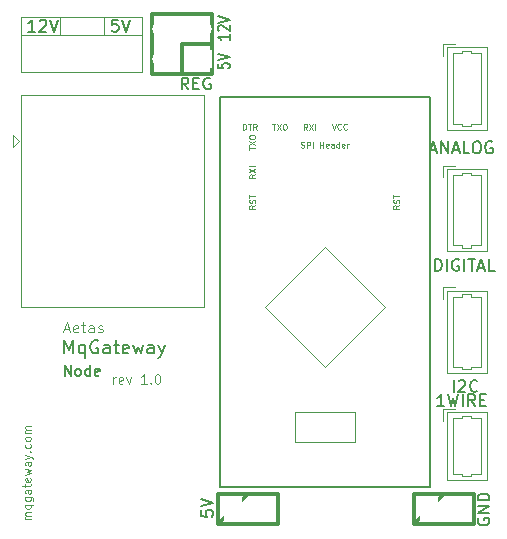
<source format=gbr>
%TF.GenerationSoftware,KiCad,Pcbnew,5.1.9-73d0e3b20d~88~ubuntu20.04.1*%
%TF.CreationDate,2021-04-29T00:31:08+02:00*%
%TF.ProjectId,Node,4e6f6465-2e6b-4696-9361-645f70636258,rev?*%
%TF.SameCoordinates,Original*%
%TF.FileFunction,Legend,Top*%
%TF.FilePolarity,Positive*%
%FSLAX46Y46*%
G04 Gerber Fmt 4.6, Leading zero omitted, Abs format (unit mm)*
G04 Created by KiCad (PCBNEW 5.1.9-73d0e3b20d~88~ubuntu20.04.1) date 2021-04-29 00:31:08*
%MOMM*%
%LPD*%
G01*
G04 APERTURE LIST*
%ADD10C,0.120000*%
%ADD11C,0.170000*%
%ADD12C,0.130000*%
%ADD13C,0.100000*%
%ADD14C,0.090000*%
%ADD15C,0.304800*%
%ADD16C,0.150000*%
%ADD17C,0.075000*%
%ADD18O,1.400000X1.400000*%
%ADD19C,1.400000*%
%ADD20R,1.998980X1.524000*%
%ADD21O,1.998980X1.524000*%
%ADD22C,3.200000*%
%ADD23R,1.500000X1.500000*%
%ADD24C,1.500000*%
%ADD25R,1.524000X2.199640*%
%ADD26O,1.524000X2.199640*%
%ADD27O,1.300000X0.800000*%
%ADD28C,1.711200*%
%ADD29R,1.905000X2.000000*%
%ADD30O,1.905000X2.000000*%
%ADD31C,1.727200*%
%ADD32R,1.727200X1.727200*%
G04 APERTURE END LIST*
D10*
X96849428Y-111850000D02*
X97278000Y-111850000D01*
X96763714Y-112107142D02*
X97063714Y-111207142D01*
X97363714Y-112107142D01*
X98006571Y-112064285D02*
X97920857Y-112107142D01*
X97749428Y-112107142D01*
X97663714Y-112064285D01*
X97620857Y-111978571D01*
X97620857Y-111635714D01*
X97663714Y-111550000D01*
X97749428Y-111507142D01*
X97920857Y-111507142D01*
X98006571Y-111550000D01*
X98049428Y-111635714D01*
X98049428Y-111721428D01*
X97620857Y-111807142D01*
X98306571Y-111507142D02*
X98649428Y-111507142D01*
X98435142Y-111207142D02*
X98435142Y-111978571D01*
X98478000Y-112064285D01*
X98563714Y-112107142D01*
X98649428Y-112107142D01*
X99335142Y-112107142D02*
X99335142Y-111635714D01*
X99292285Y-111550000D01*
X99206571Y-111507142D01*
X99035142Y-111507142D01*
X98949428Y-111550000D01*
X99335142Y-112064285D02*
X99249428Y-112107142D01*
X99035142Y-112107142D01*
X98949428Y-112064285D01*
X98906571Y-111978571D01*
X98906571Y-111892857D01*
X98949428Y-111807142D01*
X99035142Y-111764285D01*
X99249428Y-111764285D01*
X99335142Y-111721428D01*
X99720857Y-112064285D02*
X99806571Y-112107142D01*
X99978000Y-112107142D01*
X100063714Y-112064285D01*
X100106571Y-111978571D01*
X100106571Y-111935714D01*
X100063714Y-111850000D01*
X99978000Y-111807142D01*
X99849428Y-111807142D01*
X99763714Y-111764285D01*
X99720857Y-111678571D01*
X99720857Y-111635714D01*
X99763714Y-111550000D01*
X99849428Y-111507142D01*
X99978000Y-111507142D01*
X100063714Y-111550000D01*
D11*
X96872404Y-113897619D02*
X96872404Y-112797619D01*
X97239071Y-113583333D01*
X97605738Y-112797619D01*
X97605738Y-113897619D01*
X98600976Y-113164285D02*
X98600976Y-114264285D01*
X98600976Y-113845238D02*
X98496214Y-113897619D01*
X98286690Y-113897619D01*
X98181928Y-113845238D01*
X98129547Y-113792857D01*
X98077166Y-113688095D01*
X98077166Y-113373809D01*
X98129547Y-113269047D01*
X98181928Y-113216666D01*
X98286690Y-113164285D01*
X98496214Y-113164285D01*
X98600976Y-113216666D01*
X99700976Y-112850000D02*
X99596214Y-112797619D01*
X99439071Y-112797619D01*
X99281928Y-112850000D01*
X99177166Y-112954761D01*
X99124785Y-113059523D01*
X99072404Y-113269047D01*
X99072404Y-113426190D01*
X99124785Y-113635714D01*
X99177166Y-113740476D01*
X99281928Y-113845238D01*
X99439071Y-113897619D01*
X99543833Y-113897619D01*
X99700976Y-113845238D01*
X99753357Y-113792857D01*
X99753357Y-113426190D01*
X99543833Y-113426190D01*
X100696214Y-113897619D02*
X100696214Y-113321428D01*
X100643833Y-113216666D01*
X100539071Y-113164285D01*
X100329547Y-113164285D01*
X100224785Y-113216666D01*
X100696214Y-113845238D02*
X100591452Y-113897619D01*
X100329547Y-113897619D01*
X100224785Y-113845238D01*
X100172404Y-113740476D01*
X100172404Y-113635714D01*
X100224785Y-113530952D01*
X100329547Y-113478571D01*
X100591452Y-113478571D01*
X100696214Y-113426190D01*
X101062880Y-113164285D02*
X101481928Y-113164285D01*
X101220023Y-112797619D02*
X101220023Y-113740476D01*
X101272404Y-113845238D01*
X101377166Y-113897619D01*
X101481928Y-113897619D01*
X102267642Y-113845238D02*
X102162880Y-113897619D01*
X101953357Y-113897619D01*
X101848595Y-113845238D01*
X101796214Y-113740476D01*
X101796214Y-113321428D01*
X101848595Y-113216666D01*
X101953357Y-113164285D01*
X102162880Y-113164285D01*
X102267642Y-113216666D01*
X102320023Y-113321428D01*
X102320023Y-113426190D01*
X101796214Y-113530952D01*
X102686690Y-113164285D02*
X102896214Y-113897619D01*
X103105738Y-113373809D01*
X103315261Y-113897619D01*
X103524785Y-113164285D01*
X104415261Y-113897619D02*
X104415261Y-113321428D01*
X104362880Y-113216666D01*
X104258119Y-113164285D01*
X104048595Y-113164285D01*
X103943833Y-113216666D01*
X104415261Y-113845238D02*
X104310500Y-113897619D01*
X104048595Y-113897619D01*
X103943833Y-113845238D01*
X103891452Y-113740476D01*
X103891452Y-113635714D01*
X103943833Y-113530952D01*
X104048595Y-113478571D01*
X104310500Y-113478571D01*
X104415261Y-113426190D01*
X104834309Y-113164285D02*
X105096214Y-113897619D01*
X105358119Y-113164285D02*
X105096214Y-113897619D01*
X104991452Y-114159523D01*
X104939071Y-114211904D01*
X104834309Y-114264285D01*
D12*
X96898785Y-115807142D02*
X96898785Y-114907142D01*
X97413071Y-115807142D01*
X97413071Y-114907142D01*
X97970214Y-115807142D02*
X97884500Y-115764285D01*
X97841642Y-115721428D01*
X97798785Y-115635714D01*
X97798785Y-115378571D01*
X97841642Y-115292857D01*
X97884500Y-115250000D01*
X97970214Y-115207142D01*
X98098785Y-115207142D01*
X98184500Y-115250000D01*
X98227357Y-115292857D01*
X98270214Y-115378571D01*
X98270214Y-115635714D01*
X98227357Y-115721428D01*
X98184500Y-115764285D01*
X98098785Y-115807142D01*
X97970214Y-115807142D01*
X99041642Y-115807142D02*
X99041642Y-114907142D01*
X99041642Y-115764285D02*
X98955928Y-115807142D01*
X98784500Y-115807142D01*
X98698785Y-115764285D01*
X98655928Y-115721428D01*
X98613071Y-115635714D01*
X98613071Y-115378571D01*
X98655928Y-115292857D01*
X98698785Y-115250000D01*
X98784500Y-115207142D01*
X98955928Y-115207142D01*
X99041642Y-115250000D01*
X99813071Y-115764285D02*
X99727357Y-115807142D01*
X99555928Y-115807142D01*
X99470214Y-115764285D01*
X99427357Y-115678571D01*
X99427357Y-115335714D01*
X99470214Y-115250000D01*
X99555928Y-115207142D01*
X99727357Y-115207142D01*
X99813071Y-115250000D01*
X99855928Y-115335714D01*
X99855928Y-115421428D01*
X99427357Y-115507142D01*
D13*
X101020714Y-116461904D02*
X101020714Y-115928571D01*
X101020714Y-116080952D02*
X101058809Y-116004761D01*
X101096904Y-115966666D01*
X101173095Y-115928571D01*
X101249285Y-115928571D01*
X101820714Y-116423809D02*
X101744523Y-116461904D01*
X101592142Y-116461904D01*
X101515952Y-116423809D01*
X101477857Y-116347619D01*
X101477857Y-116042857D01*
X101515952Y-115966666D01*
X101592142Y-115928571D01*
X101744523Y-115928571D01*
X101820714Y-115966666D01*
X101858809Y-116042857D01*
X101858809Y-116119047D01*
X101477857Y-116195238D01*
X102125476Y-115928571D02*
X102315952Y-116461904D01*
X102506428Y-115928571D01*
X103839761Y-116461904D02*
X103382619Y-116461904D01*
X103611190Y-116461904D02*
X103611190Y-115661904D01*
X103535000Y-115776190D01*
X103458809Y-115852380D01*
X103382619Y-115890476D01*
X104182619Y-116385714D02*
X104220714Y-116423809D01*
X104182619Y-116461904D01*
X104144523Y-116423809D01*
X104182619Y-116385714D01*
X104182619Y-116461904D01*
X104715952Y-115661904D02*
X104792142Y-115661904D01*
X104868333Y-115700000D01*
X104906428Y-115738095D01*
X104944523Y-115814285D01*
X104982619Y-115966666D01*
X104982619Y-116157142D01*
X104944523Y-116309523D01*
X104906428Y-116385714D01*
X104868333Y-116423809D01*
X104792142Y-116461904D01*
X104715952Y-116461904D01*
X104639761Y-116423809D01*
X104601666Y-116385714D01*
X104563571Y-116309523D01*
X104525476Y-116157142D01*
X104525476Y-115966666D01*
X104563571Y-115814285D01*
X104601666Y-115738095D01*
X104639761Y-115700000D01*
X104715952Y-115661904D01*
D14*
X94016666Y-127950000D02*
X93550000Y-127950000D01*
X93616666Y-127950000D02*
X93583333Y-127916666D01*
X93550000Y-127850000D01*
X93550000Y-127750000D01*
X93583333Y-127683333D01*
X93650000Y-127650000D01*
X94016666Y-127650000D01*
X93650000Y-127650000D02*
X93583333Y-127616666D01*
X93550000Y-127550000D01*
X93550000Y-127450000D01*
X93583333Y-127383333D01*
X93650000Y-127350000D01*
X94016666Y-127350000D01*
X93550000Y-126716666D02*
X94250000Y-126716666D01*
X93983333Y-126716666D02*
X94016666Y-126783333D01*
X94016666Y-126916666D01*
X93983333Y-126983333D01*
X93950000Y-127016666D01*
X93883333Y-127050000D01*
X93683333Y-127050000D01*
X93616666Y-127016666D01*
X93583333Y-126983333D01*
X93550000Y-126916666D01*
X93550000Y-126783333D01*
X93583333Y-126716666D01*
X93550000Y-126083333D02*
X94116666Y-126083333D01*
X94183333Y-126116666D01*
X94216666Y-126150000D01*
X94250000Y-126216666D01*
X94250000Y-126316666D01*
X94216666Y-126383333D01*
X93983333Y-126083333D02*
X94016666Y-126150000D01*
X94016666Y-126283333D01*
X93983333Y-126350000D01*
X93950000Y-126383333D01*
X93883333Y-126416666D01*
X93683333Y-126416666D01*
X93616666Y-126383333D01*
X93583333Y-126350000D01*
X93550000Y-126283333D01*
X93550000Y-126150000D01*
X93583333Y-126083333D01*
X94016666Y-125450000D02*
X93650000Y-125450000D01*
X93583333Y-125483333D01*
X93550000Y-125550000D01*
X93550000Y-125683333D01*
X93583333Y-125750000D01*
X93983333Y-125450000D02*
X94016666Y-125516666D01*
X94016666Y-125683333D01*
X93983333Y-125750000D01*
X93916666Y-125783333D01*
X93850000Y-125783333D01*
X93783333Y-125750000D01*
X93750000Y-125683333D01*
X93750000Y-125516666D01*
X93716666Y-125450000D01*
X93550000Y-125216666D02*
X93550000Y-124950000D01*
X93316666Y-125116666D02*
X93916666Y-125116666D01*
X93983333Y-125083333D01*
X94016666Y-125016666D01*
X94016666Y-124950000D01*
X93983333Y-124450000D02*
X94016666Y-124516666D01*
X94016666Y-124650000D01*
X93983333Y-124716666D01*
X93916666Y-124750000D01*
X93650000Y-124750000D01*
X93583333Y-124716666D01*
X93550000Y-124650000D01*
X93550000Y-124516666D01*
X93583333Y-124450000D01*
X93650000Y-124416666D01*
X93716666Y-124416666D01*
X93783333Y-124750000D01*
X93550000Y-124183333D02*
X94016666Y-124050000D01*
X93683333Y-123916666D01*
X94016666Y-123783333D01*
X93550000Y-123650000D01*
X94016666Y-123083333D02*
X93650000Y-123083333D01*
X93583333Y-123116666D01*
X93550000Y-123183333D01*
X93550000Y-123316666D01*
X93583333Y-123383333D01*
X93983333Y-123083333D02*
X94016666Y-123150000D01*
X94016666Y-123316666D01*
X93983333Y-123383333D01*
X93916666Y-123416666D01*
X93850000Y-123416666D01*
X93783333Y-123383333D01*
X93750000Y-123316666D01*
X93750000Y-123150000D01*
X93716666Y-123083333D01*
X93550000Y-122816666D02*
X94016666Y-122650000D01*
X93550000Y-122483333D02*
X94016666Y-122650000D01*
X94183333Y-122716666D01*
X94216666Y-122750000D01*
X94250000Y-122816666D01*
X93950000Y-122216666D02*
X93983333Y-122183333D01*
X94016666Y-122216666D01*
X93983333Y-122250000D01*
X93950000Y-122216666D01*
X94016666Y-122216666D01*
X93983333Y-121583333D02*
X94016666Y-121650000D01*
X94016666Y-121783333D01*
X93983333Y-121850000D01*
X93950000Y-121883333D01*
X93883333Y-121916666D01*
X93683333Y-121916666D01*
X93616666Y-121883333D01*
X93583333Y-121850000D01*
X93550000Y-121783333D01*
X93550000Y-121650000D01*
X93583333Y-121583333D01*
X94016666Y-121183333D02*
X93983333Y-121250000D01*
X93950000Y-121283333D01*
X93883333Y-121316666D01*
X93683333Y-121316666D01*
X93616666Y-121283333D01*
X93583333Y-121250000D01*
X93550000Y-121183333D01*
X93550000Y-121083333D01*
X93583333Y-121016666D01*
X93616666Y-120983333D01*
X93683333Y-120950000D01*
X93883333Y-120950000D01*
X93950000Y-120983333D01*
X93983333Y-121016666D01*
X94016666Y-121083333D01*
X94016666Y-121183333D01*
X94016666Y-120650000D02*
X93550000Y-120650000D01*
X93616666Y-120650000D02*
X93583333Y-120616666D01*
X93550000Y-120550000D01*
X93550000Y-120450000D01*
X93583333Y-120383333D01*
X93650000Y-120350000D01*
X94016666Y-120350000D01*
X93650000Y-120350000D02*
X93583333Y-120316666D01*
X93550000Y-120250000D01*
X93550000Y-120150000D01*
X93583333Y-120083333D01*
X93650000Y-120050000D01*
X94016666Y-120050000D01*
D15*
%TO.C,J1*%
X104260000Y-90240000D02*
X109340000Y-90240000D01*
X106800000Y-87700000D02*
X109340000Y-87700000D01*
X106800000Y-90240000D02*
X106800000Y-87700000D01*
X109340000Y-85160000D02*
X109340000Y-90240000D01*
X104260000Y-85160000D02*
X109340000Y-85160000D01*
X104260000Y-90240000D02*
X104260000Y-85160000D01*
D10*
%TO.C,J4*%
X93185000Y-92020000D02*
X93185000Y-109980000D01*
X108705000Y-92020000D02*
X93185000Y-92020000D01*
X108705000Y-92020000D02*
X108705000Y-109980000D01*
X93185000Y-109980000D02*
X108705000Y-109980000D01*
X93000000Y-95900000D02*
X92500000Y-95400000D01*
X92500000Y-95400000D02*
X92500000Y-96400000D01*
X92500000Y-96400000D02*
X93000000Y-95900000D01*
D15*
%TO.C,JP1*%
X131540000Y-125830000D02*
X131540000Y-128370000D01*
X126460000Y-128370000D02*
X126460000Y-125830000D01*
X126460000Y-125830000D02*
X131540000Y-125830000D01*
X131540000Y-128370000D02*
X126460000Y-128370000D01*
X126460000Y-128370000D02*
X129000000Y-125830000D01*
%TO.C,JP2*%
X109860000Y-128370000D02*
X112400000Y-125830000D01*
X114940000Y-128370000D02*
X109860000Y-128370000D01*
X109860000Y-125830000D02*
X114940000Y-125830000D01*
X109860000Y-128370000D02*
X109860000Y-125830000D01*
X114940000Y-125830000D02*
X114940000Y-128370000D01*
D10*
%TO.C,OUT1*%
X128950000Y-87700000D02*
X128950000Y-88700000D01*
X128950000Y-87700000D02*
X129950000Y-87700000D01*
X132150000Y-94450000D02*
X132150000Y-91475000D01*
X131300000Y-94450000D02*
X132150000Y-94450000D01*
X131300000Y-94650000D02*
X131300000Y-94450000D01*
X130500000Y-94650000D02*
X131300000Y-94650000D01*
X130500000Y-94450000D02*
X130500000Y-94650000D01*
X129750000Y-94450000D02*
X130500000Y-94450000D01*
X129750000Y-91475000D02*
X129750000Y-94450000D01*
X132150000Y-88500000D02*
X132150000Y-91475000D01*
X131300000Y-88500000D02*
X132150000Y-88500000D01*
X131300000Y-88300000D02*
X131300000Y-88500000D01*
X130500000Y-88300000D02*
X131300000Y-88300000D01*
X130500000Y-88500000D02*
X130500000Y-88300000D01*
X129750000Y-88500000D02*
X130500000Y-88500000D01*
X129750000Y-91475000D02*
X129750000Y-88500000D01*
X132660000Y-94960000D02*
X132660000Y-87990000D01*
X129240000Y-94960000D02*
X132660000Y-94960000D01*
X129240000Y-87990000D02*
X129240000Y-94960000D01*
X132660000Y-87990000D02*
X129240000Y-87990000D01*
%TO.C,OUT2*%
X132660000Y-98290000D02*
X129240000Y-98290000D01*
X129240000Y-98290000D02*
X129240000Y-105260000D01*
X129240000Y-105260000D02*
X132660000Y-105260000D01*
X132660000Y-105260000D02*
X132660000Y-98290000D01*
X129750000Y-101775000D02*
X129750000Y-98800000D01*
X129750000Y-98800000D02*
X130500000Y-98800000D01*
X130500000Y-98800000D02*
X130500000Y-98600000D01*
X130500000Y-98600000D02*
X131300000Y-98600000D01*
X131300000Y-98600000D02*
X131300000Y-98800000D01*
X131300000Y-98800000D02*
X132150000Y-98800000D01*
X132150000Y-98800000D02*
X132150000Y-101775000D01*
X129750000Y-101775000D02*
X129750000Y-104750000D01*
X129750000Y-104750000D02*
X130500000Y-104750000D01*
X130500000Y-104750000D02*
X130500000Y-104950000D01*
X130500000Y-104950000D02*
X131300000Y-104950000D01*
X131300000Y-104950000D02*
X131300000Y-104750000D01*
X131300000Y-104750000D02*
X132150000Y-104750000D01*
X132150000Y-104750000D02*
X132150000Y-101775000D01*
X128950000Y-98000000D02*
X129950000Y-98000000D01*
X128950000Y-98000000D02*
X128950000Y-99000000D01*
%TO.C,OUT3*%
X128950000Y-108300000D02*
X128950000Y-109300000D01*
X128950000Y-108300000D02*
X129950000Y-108300000D01*
X132150000Y-115050000D02*
X132150000Y-112075000D01*
X131300000Y-115050000D02*
X132150000Y-115050000D01*
X131300000Y-115250000D02*
X131300000Y-115050000D01*
X130500000Y-115250000D02*
X131300000Y-115250000D01*
X130500000Y-115050000D02*
X130500000Y-115250000D01*
X129750000Y-115050000D02*
X130500000Y-115050000D01*
X129750000Y-112075000D02*
X129750000Y-115050000D01*
X132150000Y-109100000D02*
X132150000Y-112075000D01*
X131300000Y-109100000D02*
X132150000Y-109100000D01*
X131300000Y-108900000D02*
X131300000Y-109100000D01*
X130500000Y-108900000D02*
X131300000Y-108900000D01*
X130500000Y-109100000D02*
X130500000Y-108900000D01*
X129750000Y-109100000D02*
X130500000Y-109100000D01*
X129750000Y-112075000D02*
X129750000Y-109100000D01*
X132660000Y-115560000D02*
X132660000Y-108590000D01*
X129240000Y-115560000D02*
X132660000Y-115560000D01*
X129240000Y-108590000D02*
X129240000Y-115560000D01*
X132660000Y-108590000D02*
X129240000Y-108590000D01*
%TO.C,OUT4*%
X128950000Y-118600000D02*
X128950000Y-119600000D01*
X128950000Y-118600000D02*
X129950000Y-118600000D01*
X132150000Y-124100000D02*
X132150000Y-121750000D01*
X131300000Y-124100000D02*
X132150000Y-124100000D01*
X131300000Y-124300000D02*
X131300000Y-124100000D01*
X130500000Y-124300000D02*
X131300000Y-124300000D01*
X130500000Y-124100000D02*
X130500000Y-124300000D01*
X129750000Y-124100000D02*
X130500000Y-124100000D01*
X129750000Y-121750000D02*
X129750000Y-124100000D01*
X132150000Y-119400000D02*
X132150000Y-121750000D01*
X131300000Y-119400000D02*
X132150000Y-119400000D01*
X131300000Y-119200000D02*
X131300000Y-119400000D01*
X130500000Y-119200000D02*
X131300000Y-119200000D01*
X130500000Y-119400000D02*
X130500000Y-119200000D01*
X129750000Y-119400000D02*
X130500000Y-119400000D01*
X129750000Y-121750000D02*
X129750000Y-119400000D01*
X132660000Y-124610000D02*
X132660000Y-118890000D01*
X129240000Y-124610000D02*
X132660000Y-124610000D01*
X129240000Y-118890000D02*
X129240000Y-124610000D01*
X132660000Y-118890000D02*
X129240000Y-118890000D01*
%TO.C,U2*%
X100191000Y-85430000D02*
X100191000Y-86940000D01*
X96490000Y-85430000D02*
X96490000Y-86940000D01*
X93220000Y-86940000D02*
X103460000Y-86940000D01*
X103460000Y-85430000D02*
X103460000Y-90071000D01*
X93220000Y-85430000D02*
X93220000Y-90071000D01*
X93220000Y-90071000D02*
X103460000Y-90071000D01*
X93220000Y-85430000D02*
X103460000Y-85430000D01*
%TO.C,XA1*%
X118900000Y-104890000D02*
X113820000Y-109970000D01*
X123980000Y-109970000D02*
X118900000Y-104890000D01*
X118900000Y-115050000D02*
X123980000Y-109970000D01*
X113820000Y-109970000D02*
X118900000Y-115050000D01*
X121440000Y-121400000D02*
X116360000Y-121400000D01*
X121440000Y-118860000D02*
X121440000Y-121400000D01*
X116360000Y-118860000D02*
X121440000Y-118860000D01*
X116360000Y-121400000D02*
X116360000Y-118860000D01*
D16*
X127790000Y-125210000D02*
X110010000Y-125210000D01*
X127790000Y-92190000D02*
X110010000Y-92190000D01*
X110010000Y-92190000D02*
X110010000Y-125210000D01*
X127790000Y-92190000D02*
X127790000Y-125210000D01*
%TO.C,J1*%
X107357142Y-91552380D02*
X107023809Y-91076190D01*
X106785714Y-91552380D02*
X106785714Y-90552380D01*
X107166666Y-90552380D01*
X107261904Y-90600000D01*
X107309523Y-90647619D01*
X107357142Y-90742857D01*
X107357142Y-90885714D01*
X107309523Y-90980952D01*
X107261904Y-91028571D01*
X107166666Y-91076190D01*
X106785714Y-91076190D01*
X107785714Y-91028571D02*
X108119047Y-91028571D01*
X108261904Y-91552380D02*
X107785714Y-91552380D01*
X107785714Y-90552380D01*
X108261904Y-90552380D01*
X109214285Y-90600000D02*
X109119047Y-90552380D01*
X108976190Y-90552380D01*
X108833333Y-90600000D01*
X108738095Y-90695238D01*
X108690476Y-90790476D01*
X108642857Y-90980952D01*
X108642857Y-91123809D01*
X108690476Y-91314285D01*
X108738095Y-91409523D01*
X108833333Y-91504761D01*
X108976190Y-91552380D01*
X109071428Y-91552380D01*
X109214285Y-91504761D01*
X109261904Y-91457142D01*
X109261904Y-91123809D01*
X109071428Y-91123809D01*
X109852380Y-89352380D02*
X109852380Y-89733333D01*
X110328571Y-89771428D01*
X110280952Y-89733333D01*
X110233333Y-89657142D01*
X110233333Y-89466666D01*
X110280952Y-89390476D01*
X110328571Y-89352380D01*
X110423809Y-89314285D01*
X110661904Y-89314285D01*
X110757142Y-89352380D01*
X110804761Y-89390476D01*
X110852380Y-89466666D01*
X110852380Y-89657142D01*
X110804761Y-89733333D01*
X110757142Y-89771428D01*
X109852380Y-89085714D02*
X110852380Y-88819047D01*
X109852380Y-88552380D01*
X110852380Y-86895238D02*
X110852380Y-87352380D01*
X110852380Y-87123809D02*
X109852380Y-87123809D01*
X109995238Y-87200000D01*
X110090476Y-87276190D01*
X110138095Y-87352380D01*
X109947619Y-86590476D02*
X109900000Y-86552380D01*
X109852380Y-86476190D01*
X109852380Y-86285714D01*
X109900000Y-86209523D01*
X109947619Y-86171428D01*
X110042857Y-86133333D01*
X110138095Y-86133333D01*
X110280952Y-86171428D01*
X110852380Y-86628571D01*
X110852380Y-86133333D01*
X109852380Y-85904761D02*
X110852380Y-85638095D01*
X109852380Y-85371428D01*
%TO.C,JP1*%
X131900000Y-127861904D02*
X131852380Y-127957142D01*
X131852380Y-128100000D01*
X131900000Y-128242857D01*
X131995238Y-128338095D01*
X132090476Y-128385714D01*
X132280952Y-128433333D01*
X132423809Y-128433333D01*
X132614285Y-128385714D01*
X132709523Y-128338095D01*
X132804761Y-128242857D01*
X132852380Y-128100000D01*
X132852380Y-128004761D01*
X132804761Y-127861904D01*
X132757142Y-127814285D01*
X132423809Y-127814285D01*
X132423809Y-128004761D01*
X132852380Y-127385714D02*
X131852380Y-127385714D01*
X132852380Y-126814285D01*
X131852380Y-126814285D01*
X132852380Y-126338095D02*
X131852380Y-126338095D01*
X131852380Y-126100000D01*
X131900000Y-125957142D01*
X131995238Y-125861904D01*
X132090476Y-125814285D01*
X132280952Y-125766666D01*
X132423809Y-125766666D01*
X132614285Y-125814285D01*
X132709523Y-125861904D01*
X132804761Y-125957142D01*
X132852380Y-126100000D01*
X132852380Y-126338095D01*
%TO.C,JP2*%
X108452380Y-127190476D02*
X108452380Y-127666666D01*
X108928571Y-127714285D01*
X108880952Y-127666666D01*
X108833333Y-127571428D01*
X108833333Y-127333333D01*
X108880952Y-127238095D01*
X108928571Y-127190476D01*
X109023809Y-127142857D01*
X109261904Y-127142857D01*
X109357142Y-127190476D01*
X109404761Y-127238095D01*
X109452380Y-127333333D01*
X109452380Y-127571428D01*
X109404761Y-127666666D01*
X109357142Y-127714285D01*
X108452380Y-126857142D02*
X109452380Y-126523809D01*
X108452380Y-126190476D01*
%TO.C,OUT1*%
X127880952Y-96666666D02*
X128357142Y-96666666D01*
X127785714Y-96952380D02*
X128119047Y-95952380D01*
X128452380Y-96952380D01*
X128785714Y-96952380D02*
X128785714Y-95952380D01*
X129357142Y-96952380D01*
X129357142Y-95952380D01*
X129785714Y-96666666D02*
X130261904Y-96666666D01*
X129690476Y-96952380D02*
X130023809Y-95952380D01*
X130357142Y-96952380D01*
X131166666Y-96952380D02*
X130690476Y-96952380D01*
X130690476Y-95952380D01*
X131690476Y-95952380D02*
X131880952Y-95952380D01*
X131976190Y-96000000D01*
X132071428Y-96095238D01*
X132119047Y-96285714D01*
X132119047Y-96619047D01*
X132071428Y-96809523D01*
X131976190Y-96904761D01*
X131880952Y-96952380D01*
X131690476Y-96952380D01*
X131595238Y-96904761D01*
X131500000Y-96809523D01*
X131452380Y-96619047D01*
X131452380Y-96285714D01*
X131500000Y-96095238D01*
X131595238Y-96000000D01*
X131690476Y-95952380D01*
X133071428Y-96000000D02*
X132976190Y-95952380D01*
X132833333Y-95952380D01*
X132690476Y-96000000D01*
X132595238Y-96095238D01*
X132547619Y-96190476D01*
X132500000Y-96380952D01*
X132500000Y-96523809D01*
X132547619Y-96714285D01*
X132595238Y-96809523D01*
X132690476Y-96904761D01*
X132833333Y-96952380D01*
X132928571Y-96952380D01*
X133071428Y-96904761D01*
X133119047Y-96857142D01*
X133119047Y-96523809D01*
X132928571Y-96523809D01*
%TO.C,OUT2*%
X128247619Y-106919047D02*
X128247619Y-105919047D01*
X128485714Y-105919047D01*
X128628571Y-105966667D01*
X128723809Y-106061905D01*
X128771428Y-106157143D01*
X128819047Y-106347619D01*
X128819047Y-106490476D01*
X128771428Y-106680952D01*
X128723809Y-106776190D01*
X128628571Y-106871428D01*
X128485714Y-106919047D01*
X128247619Y-106919047D01*
X129247619Y-106919047D02*
X129247619Y-105919047D01*
X130247619Y-105966667D02*
X130152380Y-105919047D01*
X130009523Y-105919047D01*
X129866666Y-105966667D01*
X129771428Y-106061905D01*
X129723809Y-106157143D01*
X129676190Y-106347619D01*
X129676190Y-106490476D01*
X129723809Y-106680952D01*
X129771428Y-106776190D01*
X129866666Y-106871428D01*
X130009523Y-106919047D01*
X130104761Y-106919047D01*
X130247619Y-106871428D01*
X130295238Y-106823809D01*
X130295238Y-106490476D01*
X130104761Y-106490476D01*
X130723809Y-106919047D02*
X130723809Y-105919047D01*
X131057142Y-105919047D02*
X131628571Y-105919047D01*
X131342857Y-106919047D02*
X131342857Y-105919047D01*
X131914285Y-106633333D02*
X132390476Y-106633333D01*
X131819047Y-106919047D02*
X132152380Y-105919047D01*
X132485714Y-106919047D01*
X133295238Y-106919047D02*
X132819047Y-106919047D01*
X132819047Y-105919047D01*
%TO.C,OUT3*%
X129823809Y-117152380D02*
X129823809Y-116152380D01*
X130252380Y-116247619D02*
X130300000Y-116200000D01*
X130395238Y-116152380D01*
X130633333Y-116152380D01*
X130728571Y-116200000D01*
X130776190Y-116247619D01*
X130823809Y-116342857D01*
X130823809Y-116438095D01*
X130776190Y-116580952D01*
X130204761Y-117152380D01*
X130823809Y-117152380D01*
X131823809Y-117057142D02*
X131776190Y-117104761D01*
X131633333Y-117152380D01*
X131538095Y-117152380D01*
X131395238Y-117104761D01*
X131300000Y-117009523D01*
X131252380Y-116914285D01*
X131204761Y-116723809D01*
X131204761Y-116580952D01*
X131252380Y-116390476D01*
X131300000Y-116295238D01*
X131395238Y-116200000D01*
X131538095Y-116152380D01*
X131633333Y-116152380D01*
X131776190Y-116200000D01*
X131823809Y-116247619D01*
%TO.C,OUT4*%
X129023809Y-118352380D02*
X128452380Y-118352380D01*
X128738095Y-118352380D02*
X128738095Y-117352380D01*
X128642857Y-117495238D01*
X128547619Y-117590476D01*
X128452380Y-117638095D01*
X129357142Y-117352380D02*
X129595238Y-118352380D01*
X129785714Y-117638095D01*
X129976190Y-118352380D01*
X130214285Y-117352380D01*
X130595238Y-118352380D02*
X130595238Y-117352380D01*
X131642857Y-118352380D02*
X131309523Y-117876190D01*
X131071428Y-118352380D02*
X131071428Y-117352380D01*
X131452380Y-117352380D01*
X131547619Y-117400000D01*
X131595238Y-117447619D01*
X131642857Y-117542857D01*
X131642857Y-117685714D01*
X131595238Y-117780952D01*
X131547619Y-117828571D01*
X131452380Y-117876190D01*
X131071428Y-117876190D01*
X132071428Y-117828571D02*
X132404761Y-117828571D01*
X132547619Y-118352380D02*
X132071428Y-118352380D01*
X132071428Y-117352380D01*
X132547619Y-117352380D01*
%TO.C,U2*%
X101409523Y-85652380D02*
X100933333Y-85652380D01*
X100885714Y-86128571D01*
X100933333Y-86080952D01*
X101028571Y-86033333D01*
X101266666Y-86033333D01*
X101361904Y-86080952D01*
X101409523Y-86128571D01*
X101457142Y-86223809D01*
X101457142Y-86461904D01*
X101409523Y-86557142D01*
X101361904Y-86604761D01*
X101266666Y-86652380D01*
X101028571Y-86652380D01*
X100933333Y-86604761D01*
X100885714Y-86557142D01*
X101742857Y-85652380D02*
X102076190Y-86652380D01*
X102409523Y-85652380D01*
X94380952Y-86652380D02*
X93809523Y-86652380D01*
X94095238Y-86652380D02*
X94095238Y-85652380D01*
X94000000Y-85795238D01*
X93904761Y-85890476D01*
X93809523Y-85938095D01*
X94761904Y-85747619D02*
X94809523Y-85700000D01*
X94904761Y-85652380D01*
X95142857Y-85652380D01*
X95238095Y-85700000D01*
X95285714Y-85747619D01*
X95333333Y-85842857D01*
X95333333Y-85938095D01*
X95285714Y-86080952D01*
X94714285Y-86652380D01*
X95333333Y-86652380D01*
X95619047Y-85652380D02*
X95952380Y-86652380D01*
X96285714Y-85652380D01*
%TO.C,XA1*%
D17*
X119503333Y-94456190D02*
X119670000Y-94956190D01*
X119836666Y-94456190D01*
X120289047Y-94908571D02*
X120265238Y-94932380D01*
X120193809Y-94956190D01*
X120146190Y-94956190D01*
X120074761Y-94932380D01*
X120027142Y-94884761D01*
X120003333Y-94837142D01*
X119979523Y-94741904D01*
X119979523Y-94670476D01*
X120003333Y-94575238D01*
X120027142Y-94527619D01*
X120074761Y-94480000D01*
X120146190Y-94456190D01*
X120193809Y-94456190D01*
X120265238Y-94480000D01*
X120289047Y-94503809D01*
X120789047Y-94908571D02*
X120765238Y-94932380D01*
X120693809Y-94956190D01*
X120646190Y-94956190D01*
X120574761Y-94932380D01*
X120527142Y-94884761D01*
X120503333Y-94837142D01*
X120479523Y-94741904D01*
X120479523Y-94670476D01*
X120503333Y-94575238D01*
X120527142Y-94527619D01*
X120574761Y-94480000D01*
X120646190Y-94456190D01*
X120693809Y-94456190D01*
X120765238Y-94480000D01*
X120789047Y-94503809D01*
X111978571Y-94956190D02*
X111978571Y-94456190D01*
X112097619Y-94456190D01*
X112169047Y-94480000D01*
X112216666Y-94527619D01*
X112240476Y-94575238D01*
X112264285Y-94670476D01*
X112264285Y-94741904D01*
X112240476Y-94837142D01*
X112216666Y-94884761D01*
X112169047Y-94932380D01*
X112097619Y-94956190D01*
X111978571Y-94956190D01*
X112407142Y-94456190D02*
X112692857Y-94456190D01*
X112550000Y-94956190D02*
X112550000Y-94456190D01*
X113145238Y-94956190D02*
X112978571Y-94718095D01*
X112859523Y-94956190D02*
X112859523Y-94456190D01*
X113050000Y-94456190D01*
X113097619Y-94480000D01*
X113121428Y-94503809D01*
X113145238Y-94551428D01*
X113145238Y-94622857D01*
X113121428Y-94670476D01*
X113097619Y-94694285D01*
X113050000Y-94718095D01*
X112859523Y-94718095D01*
X117427619Y-94956190D02*
X117260952Y-94718095D01*
X117141904Y-94956190D02*
X117141904Y-94456190D01*
X117332380Y-94456190D01*
X117380000Y-94480000D01*
X117403809Y-94503809D01*
X117427619Y-94551428D01*
X117427619Y-94622857D01*
X117403809Y-94670476D01*
X117380000Y-94694285D01*
X117332380Y-94718095D01*
X117141904Y-94718095D01*
X117594285Y-94456190D02*
X117927619Y-94956190D01*
X117927619Y-94456190D02*
X117594285Y-94956190D01*
X118118095Y-94956190D02*
X118118095Y-94456190D01*
X114447142Y-94456190D02*
X114732857Y-94456190D01*
X114590000Y-94956190D02*
X114590000Y-94456190D01*
X114851904Y-94456190D02*
X115185238Y-94956190D01*
X115185238Y-94456190D02*
X114851904Y-94956190D01*
X115470952Y-94456190D02*
X115566190Y-94456190D01*
X115613809Y-94480000D01*
X115661428Y-94527619D01*
X115685238Y-94622857D01*
X115685238Y-94789523D01*
X115661428Y-94884761D01*
X115613809Y-94932380D01*
X115566190Y-94956190D01*
X115470952Y-94956190D01*
X115423333Y-94932380D01*
X115375714Y-94884761D01*
X115351904Y-94789523D01*
X115351904Y-94622857D01*
X115375714Y-94527619D01*
X115423333Y-94480000D01*
X115470952Y-94456190D01*
X112530190Y-96642857D02*
X112530190Y-96357142D01*
X113030190Y-96500000D02*
X112530190Y-96500000D01*
X112530190Y-96238095D02*
X113030190Y-95904761D01*
X112530190Y-95904761D02*
X113030190Y-96238095D01*
X112530190Y-95619047D02*
X112530190Y-95523809D01*
X112554000Y-95476190D01*
X112601619Y-95428571D01*
X112696857Y-95404761D01*
X112863523Y-95404761D01*
X112958761Y-95428571D01*
X113006380Y-95476190D01*
X113030190Y-95523809D01*
X113030190Y-95619047D01*
X113006380Y-95666666D01*
X112958761Y-95714285D01*
X112863523Y-95738095D01*
X112696857Y-95738095D01*
X112601619Y-95714285D01*
X112554000Y-95666666D01*
X112530190Y-95619047D01*
X113030190Y-98742380D02*
X112792095Y-98909047D01*
X113030190Y-99028095D02*
X112530190Y-99028095D01*
X112530190Y-98837619D01*
X112554000Y-98790000D01*
X112577809Y-98766190D01*
X112625428Y-98742380D01*
X112696857Y-98742380D01*
X112744476Y-98766190D01*
X112768285Y-98790000D01*
X112792095Y-98837619D01*
X112792095Y-99028095D01*
X112530190Y-98575714D02*
X113030190Y-98242380D01*
X112530190Y-98242380D02*
X113030190Y-98575714D01*
X113030190Y-98051904D02*
X112530190Y-98051904D01*
X113030190Y-101353809D02*
X112792095Y-101520476D01*
X113030190Y-101639523D02*
X112530190Y-101639523D01*
X112530190Y-101449047D01*
X112554000Y-101401428D01*
X112577809Y-101377619D01*
X112625428Y-101353809D01*
X112696857Y-101353809D01*
X112744476Y-101377619D01*
X112768285Y-101401428D01*
X112792095Y-101449047D01*
X112792095Y-101639523D01*
X113006380Y-101163333D02*
X113030190Y-101091904D01*
X113030190Y-100972857D01*
X113006380Y-100925238D01*
X112982571Y-100901428D01*
X112934952Y-100877619D01*
X112887333Y-100877619D01*
X112839714Y-100901428D01*
X112815904Y-100925238D01*
X112792095Y-100972857D01*
X112768285Y-101068095D01*
X112744476Y-101115714D01*
X112720666Y-101139523D01*
X112673047Y-101163333D01*
X112625428Y-101163333D01*
X112577809Y-101139523D01*
X112554000Y-101115714D01*
X112530190Y-101068095D01*
X112530190Y-100949047D01*
X112554000Y-100877619D01*
X112530190Y-100734761D02*
X112530190Y-100449047D01*
X113030190Y-100591904D02*
X112530190Y-100591904D01*
X116900000Y-96456380D02*
X116971428Y-96480190D01*
X117090476Y-96480190D01*
X117138095Y-96456380D01*
X117161904Y-96432571D01*
X117185714Y-96384952D01*
X117185714Y-96337333D01*
X117161904Y-96289714D01*
X117138095Y-96265904D01*
X117090476Y-96242095D01*
X116995238Y-96218285D01*
X116947619Y-96194476D01*
X116923809Y-96170666D01*
X116900000Y-96123047D01*
X116900000Y-96075428D01*
X116923809Y-96027809D01*
X116947619Y-96004000D01*
X116995238Y-95980190D01*
X117114285Y-95980190D01*
X117185714Y-96004000D01*
X117400000Y-96480190D02*
X117400000Y-95980190D01*
X117590476Y-95980190D01*
X117638095Y-96004000D01*
X117661904Y-96027809D01*
X117685714Y-96075428D01*
X117685714Y-96146857D01*
X117661904Y-96194476D01*
X117638095Y-96218285D01*
X117590476Y-96242095D01*
X117400000Y-96242095D01*
X117900000Y-96480190D02*
X117900000Y-95980190D01*
X118519047Y-96480190D02*
X118519047Y-95980190D01*
X118519047Y-96218285D02*
X118804761Y-96218285D01*
X118804761Y-96480190D02*
X118804761Y-95980190D01*
X119233333Y-96456380D02*
X119185714Y-96480190D01*
X119090476Y-96480190D01*
X119042857Y-96456380D01*
X119019047Y-96408761D01*
X119019047Y-96218285D01*
X119042857Y-96170666D01*
X119090476Y-96146857D01*
X119185714Y-96146857D01*
X119233333Y-96170666D01*
X119257142Y-96218285D01*
X119257142Y-96265904D01*
X119019047Y-96313523D01*
X119685714Y-96480190D02*
X119685714Y-96218285D01*
X119661904Y-96170666D01*
X119614285Y-96146857D01*
X119519047Y-96146857D01*
X119471428Y-96170666D01*
X119685714Y-96456380D02*
X119638095Y-96480190D01*
X119519047Y-96480190D01*
X119471428Y-96456380D01*
X119447619Y-96408761D01*
X119447619Y-96361142D01*
X119471428Y-96313523D01*
X119519047Y-96289714D01*
X119638095Y-96289714D01*
X119685714Y-96265904D01*
X120138095Y-96480190D02*
X120138095Y-95980190D01*
X120138095Y-96456380D02*
X120090476Y-96480190D01*
X119995238Y-96480190D01*
X119947619Y-96456380D01*
X119923809Y-96432571D01*
X119900000Y-96384952D01*
X119900000Y-96242095D01*
X119923809Y-96194476D01*
X119947619Y-96170666D01*
X119995238Y-96146857D01*
X120090476Y-96146857D01*
X120138095Y-96170666D01*
X120566666Y-96456380D02*
X120519047Y-96480190D01*
X120423809Y-96480190D01*
X120376190Y-96456380D01*
X120352380Y-96408761D01*
X120352380Y-96218285D01*
X120376190Y-96170666D01*
X120423809Y-96146857D01*
X120519047Y-96146857D01*
X120566666Y-96170666D01*
X120590476Y-96218285D01*
X120590476Y-96265904D01*
X120352380Y-96313523D01*
X120804761Y-96480190D02*
X120804761Y-96146857D01*
X120804761Y-96242095D02*
X120828571Y-96194476D01*
X120852380Y-96170666D01*
X120900000Y-96146857D01*
X120947619Y-96146857D01*
X125222190Y-101353809D02*
X124984095Y-101520476D01*
X125222190Y-101639523D02*
X124722190Y-101639523D01*
X124722190Y-101449047D01*
X124746000Y-101401428D01*
X124769809Y-101377619D01*
X124817428Y-101353809D01*
X124888857Y-101353809D01*
X124936476Y-101377619D01*
X124960285Y-101401428D01*
X124984095Y-101449047D01*
X124984095Y-101639523D01*
X125198380Y-101163333D02*
X125222190Y-101091904D01*
X125222190Y-100972857D01*
X125198380Y-100925238D01*
X125174571Y-100901428D01*
X125126952Y-100877619D01*
X125079333Y-100877619D01*
X125031714Y-100901428D01*
X125007904Y-100925238D01*
X124984095Y-100972857D01*
X124960285Y-101068095D01*
X124936476Y-101115714D01*
X124912666Y-101139523D01*
X124865047Y-101163333D01*
X124817428Y-101163333D01*
X124769809Y-101139523D01*
X124746000Y-101115714D01*
X124722190Y-101068095D01*
X124722190Y-100949047D01*
X124746000Y-100877619D01*
X124722190Y-100734761D02*
X124722190Y-100449047D01*
X125222190Y-100591904D02*
X124722190Y-100591904D01*
%TD*%
%LPC*%
D18*
%TO.C,R1*%
X107100000Y-117880000D03*
D19*
X107100000Y-125500000D03*
%TD*%
D20*
%TO.C,J1*%
X108318920Y-88970000D03*
D21*
X105281080Y-88970000D03*
X108318920Y-86430000D03*
X105281080Y-86430000D03*
%TD*%
D20*
%TO.C,J2*%
X98981080Y-126570000D03*
D21*
X102018920Y-126570000D03*
X98981080Y-124030000D03*
X102018920Y-124030000D03*
%TD*%
D20*
%TO.C,J3*%
X98981080Y-120870000D03*
D21*
X102018920Y-120870000D03*
X98981080Y-118330000D03*
X102018920Y-118330000D03*
%TD*%
D22*
%TO.C,J4*%
X106660000Y-102250000D03*
X95230000Y-102250000D03*
D23*
X96500000Y-95900000D03*
D24*
X97770000Y-93360000D03*
X99040000Y-95900000D03*
X100310000Y-93360000D03*
X101580000Y-95900000D03*
X102850000Y-93360000D03*
X104120000Y-95900000D03*
X105390000Y-93360000D03*
%TD*%
D25*
%TO.C,JP1*%
X127730000Y-127100000D03*
D26*
X130270000Y-127100000D03*
%TD*%
%TO.C,JP2*%
X113670000Y-127100000D03*
D25*
X111130000Y-127100000D03*
%TD*%
%TO.C,OUT1*%
G36*
G01*
X130050000Y-89200000D02*
X130950000Y-89200000D01*
G75*
G02*
X131150000Y-89400000I0J-200000D01*
G01*
X131150000Y-89800000D01*
G75*
G02*
X130950000Y-90000000I-200000J0D01*
G01*
X130050000Y-90000000D01*
G75*
G02*
X129850000Y-89800000I0J200000D01*
G01*
X129850000Y-89400000D01*
G75*
G02*
X130050000Y-89200000I200000J0D01*
G01*
G37*
D27*
X130500000Y-90850000D03*
X130500000Y-92100000D03*
X130500000Y-93350000D03*
%TD*%
%TO.C,OUT2*%
X130500000Y-103650000D03*
X130500000Y-102400000D03*
X130500000Y-101150000D03*
G36*
G01*
X130050000Y-99500000D02*
X130950000Y-99500000D01*
G75*
G02*
X131150000Y-99700000I0J-200000D01*
G01*
X131150000Y-100100000D01*
G75*
G02*
X130950000Y-100300000I-200000J0D01*
G01*
X130050000Y-100300000D01*
G75*
G02*
X129850000Y-100100000I0J200000D01*
G01*
X129850000Y-99700000D01*
G75*
G02*
X130050000Y-99500000I200000J0D01*
G01*
G37*
%TD*%
%TO.C,OUT3*%
G36*
G01*
X130050000Y-109800000D02*
X130950000Y-109800000D01*
G75*
G02*
X131150000Y-110000000I0J-200000D01*
G01*
X131150000Y-110400000D01*
G75*
G02*
X130950000Y-110600000I-200000J0D01*
G01*
X130050000Y-110600000D01*
G75*
G02*
X129850000Y-110400000I0J200000D01*
G01*
X129850000Y-110000000D01*
G75*
G02*
X130050000Y-109800000I200000J0D01*
G01*
G37*
X130500000Y-111450000D03*
X130500000Y-112700000D03*
X130500000Y-113950000D03*
%TD*%
%TO.C,OUT4*%
G36*
G01*
X130050000Y-120100000D02*
X130950000Y-120100000D01*
G75*
G02*
X131150000Y-120300000I0J-200000D01*
G01*
X131150000Y-120700000D01*
G75*
G02*
X130950000Y-120900000I-200000J0D01*
G01*
X130050000Y-120900000D01*
G75*
G02*
X129850000Y-120700000I0J200000D01*
G01*
X129850000Y-120300000D01*
G75*
G02*
X130050000Y-120100000I200000J0D01*
G01*
G37*
X130500000Y-121750000D03*
X130500000Y-123000000D03*
%TD*%
%TO.C,U1*%
G36*
G01*
X123856000Y-85524400D02*
X125364000Y-85524400D01*
G75*
G02*
X125465600Y-85626000I0J-101600D01*
G01*
X125465600Y-87134000D01*
G75*
G02*
X125364000Y-87235600I-101600J0D01*
G01*
X123856000Y-87235600D01*
G75*
G02*
X123754400Y-87134000I0J101600D01*
G01*
X123754400Y-85626000D01*
G75*
G02*
X123856000Y-85524400I101600J0D01*
G01*
G37*
D28*
X122070000Y-86380000D03*
X119530000Y-86380000D03*
X116990000Y-86380000D03*
G36*
G01*
X117744000Y-127875600D02*
X116236000Y-127875600D01*
G75*
G02*
X116134400Y-127774000I0J101600D01*
G01*
X116134400Y-126266000D01*
G75*
G02*
X116236000Y-126164400I101600J0D01*
G01*
X117744000Y-126164400D01*
G75*
G02*
X117845600Y-126266000I0J-101600D01*
G01*
X117845600Y-127774000D01*
G75*
G02*
X117744000Y-127875600I-101600J0D01*
G01*
G37*
X119530000Y-127020000D03*
X122070000Y-127020000D03*
X124610000Y-127020000D03*
%TD*%
D29*
%TO.C,U2*%
X95800000Y-88700000D03*
D30*
X98340000Y-88700000D03*
X100880000Y-88700000D03*
%TD*%
D31*
%TO.C,XA1*%
X123980000Y-107430000D03*
X123980000Y-104890000D03*
D32*
X118900000Y-123940000D03*
D31*
X121440000Y-123940000D03*
X123980000Y-123940000D03*
X126520000Y-123940000D03*
X126520000Y-121400000D03*
X126520000Y-118860000D03*
X126520000Y-116320000D03*
X126520000Y-113780000D03*
X126520000Y-111240000D03*
X126520000Y-108700000D03*
X126520000Y-106160000D03*
X126520000Y-103620000D03*
X126520000Y-101080000D03*
D32*
X126520000Y-98540000D03*
D31*
X126520000Y-96000000D03*
D32*
X125250000Y-93460000D03*
X122710000Y-93460000D03*
D31*
X120170000Y-93460000D03*
X117630000Y-93460000D03*
X115090000Y-93460000D03*
X112550000Y-93460000D03*
X111280000Y-96000000D03*
X111280000Y-98540000D03*
X111280000Y-101080000D03*
D32*
X111280000Y-103620000D03*
D31*
X111280000Y-106160000D03*
X111280000Y-108700000D03*
X111280000Y-111240000D03*
X111280000Y-113780000D03*
X111280000Y-116320000D03*
X111280000Y-118860000D03*
X111280000Y-121400000D03*
X111280000Y-123940000D03*
%TD*%
M02*

</source>
